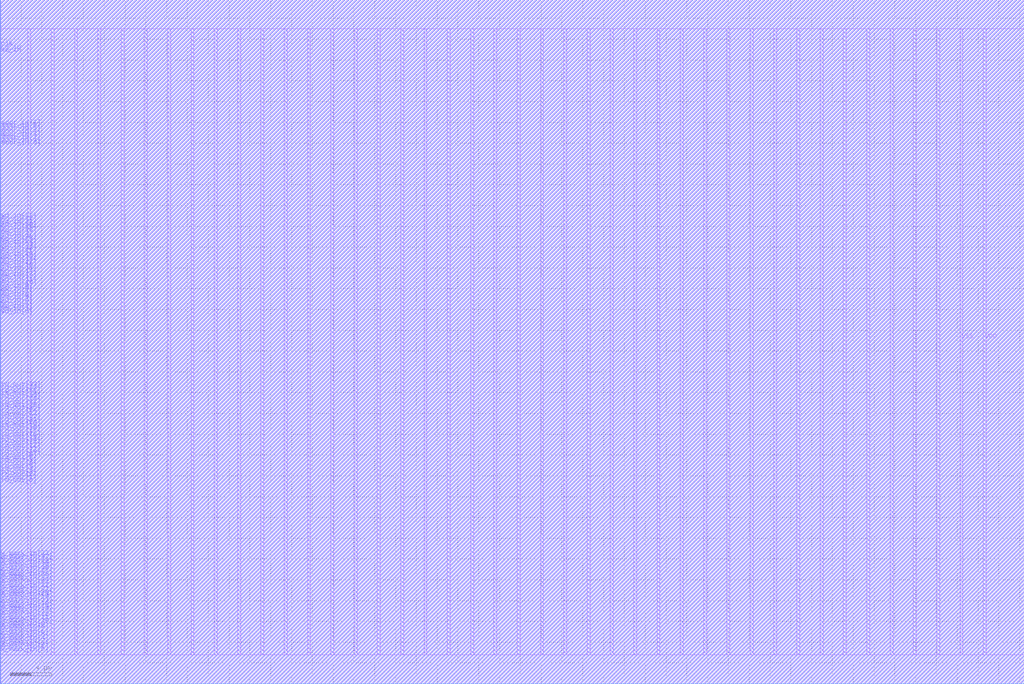
<source format=lef>
VERSION 5.7 ;
BUSBITCHARS "[]" ;
MACRO fakeram45_256x34_upper
  FOREIGN fakeram45_256x34_upper 0 0 ;
  SYMMETRY X Y R90 ;
  SIZE 98.420 BY 65.800 ;
  CLASS BLOCK ;
  PIN w_mask_in[0]
    DIRECTION INPUT ;
    USE SIGNAL ;
    SHAPE ABUTMENT ;
    PORT
      LAYER metal18 ;
      RECT 0.000 2.800 0.070 2.870 ;
    END
  END w_mask_in[0]
  PIN w_mask_in[1]
    DIRECTION INPUT ;
    USE SIGNAL ;
    SHAPE ABUTMENT ;
    PORT
      LAYER metal18 ;
      RECT 0.000 3.080 0.070 3.150 ;
    END
  END w_mask_in[1]
  PIN w_mask_in[2]
    DIRECTION INPUT ;
    USE SIGNAL ;
    SHAPE ABUTMENT ;
    PORT
      LAYER metal18 ;
      RECT 0.000 3.360 0.070 3.430 ;
    END
  END w_mask_in[2]
  PIN w_mask_in[3]
    DIRECTION INPUT ;
    USE SIGNAL ;
    SHAPE ABUTMENT ;
    PORT
      LAYER metal18 ;
      RECT 0.000 3.640 0.070 3.710 ;
    END
  END w_mask_in[3]
  PIN w_mask_in[4]
    DIRECTION INPUT ;
    USE SIGNAL ;
    SHAPE ABUTMENT ;
    PORT
      LAYER metal18 ;
      RECT 0.000 3.920 0.070 3.990 ;
    END
  END w_mask_in[4]
  PIN w_mask_in[5]
    DIRECTION INPUT ;
    USE SIGNAL ;
    SHAPE ABUTMENT ;
    PORT
      LAYER metal18 ;
      RECT 0.000 4.200 0.070 4.270 ;
    END
  END w_mask_in[5]
  PIN w_mask_in[6]
    DIRECTION INPUT ;
    USE SIGNAL ;
    SHAPE ABUTMENT ;
    PORT
      LAYER metal18 ;
      RECT 0.000 4.480 0.070 4.550 ;
    END
  END w_mask_in[6]
  PIN w_mask_in[7]
    DIRECTION INPUT ;
    USE SIGNAL ;
    SHAPE ABUTMENT ;
    PORT
      LAYER metal18 ;
      RECT 0.000 4.760 0.070 4.830 ;
    END
  END w_mask_in[7]
  PIN w_mask_in[8]
    DIRECTION INPUT ;
    USE SIGNAL ;
    SHAPE ABUTMENT ;
    PORT
      LAYER metal18 ;
      RECT 0.000 5.040 0.070 5.110 ;
    END
  END w_mask_in[8]
  PIN w_mask_in[9]
    DIRECTION INPUT ;
    USE SIGNAL ;
    SHAPE ABUTMENT ;
    PORT
      LAYER metal18 ;
      RECT 0.000 5.320 0.070 5.390 ;
    END
  END w_mask_in[9]
  PIN w_mask_in[10]
    DIRECTION INPUT ;
    USE SIGNAL ;
    SHAPE ABUTMENT ;
    PORT
      LAYER metal18 ;
      RECT 0.000 5.600 0.070 5.670 ;
    END
  END w_mask_in[10]
  PIN w_mask_in[11]
    DIRECTION INPUT ;
    USE SIGNAL ;
    SHAPE ABUTMENT ;
    PORT
      LAYER metal18 ;
      RECT 0.000 5.880 0.070 5.950 ;
    END
  END w_mask_in[11]
  PIN w_mask_in[12]
    DIRECTION INPUT ;
    USE SIGNAL ;
    SHAPE ABUTMENT ;
    PORT
      LAYER metal18 ;
      RECT 0.000 6.160 0.070 6.230 ;
    END
  END w_mask_in[12]
  PIN w_mask_in[13]
    DIRECTION INPUT ;
    USE SIGNAL ;
    SHAPE ABUTMENT ;
    PORT
      LAYER metal18 ;
      RECT 0.000 6.440 0.070 6.510 ;
    END
  END w_mask_in[13]
  PIN w_mask_in[14]
    DIRECTION INPUT ;
    USE SIGNAL ;
    SHAPE ABUTMENT ;
    PORT
      LAYER metal18 ;
      RECT 0.000 6.720 0.070 6.790 ;
    END
  END w_mask_in[14]
  PIN w_mask_in[15]
    DIRECTION INPUT ;
    USE SIGNAL ;
    SHAPE ABUTMENT ;
    PORT
      LAYER metal18 ;
      RECT 0.000 7.000 0.070 7.070 ;
    END
  END w_mask_in[15]
  PIN w_mask_in[16]
    DIRECTION INPUT ;
    USE SIGNAL ;
    SHAPE ABUTMENT ;
    PORT
      LAYER metal18 ;
      RECT 0.000 7.280 0.070 7.350 ;
    END
  END w_mask_in[16]
  PIN w_mask_in[17]
    DIRECTION INPUT ;
    USE SIGNAL ;
    SHAPE ABUTMENT ;
    PORT
      LAYER metal18 ;
      RECT 0.000 7.560 0.070 7.630 ;
    END
  END w_mask_in[17]
  PIN w_mask_in[18]
    DIRECTION INPUT ;
    USE SIGNAL ;
    SHAPE ABUTMENT ;
    PORT
      LAYER metal18 ;
      RECT 0.000 7.840 0.070 7.910 ;
    END
  END w_mask_in[18]
  PIN w_mask_in[19]
    DIRECTION INPUT ;
    USE SIGNAL ;
    SHAPE ABUTMENT ;
    PORT
      LAYER metal18 ;
      RECT 0.000 8.120 0.070 8.190 ;
    END
  END w_mask_in[19]
  PIN w_mask_in[20]
    DIRECTION INPUT ;
    USE SIGNAL ;
    SHAPE ABUTMENT ;
    PORT
      LAYER metal18 ;
      RECT 0.000 8.400 0.070 8.470 ;
    END
  END w_mask_in[20]
  PIN w_mask_in[21]
    DIRECTION INPUT ;
    USE SIGNAL ;
    SHAPE ABUTMENT ;
    PORT
      LAYER metal18 ;
      RECT 0.000 8.680 0.070 8.750 ;
    END
  END w_mask_in[21]
  PIN w_mask_in[22]
    DIRECTION INPUT ;
    USE SIGNAL ;
    SHAPE ABUTMENT ;
    PORT
      LAYER metal18 ;
      RECT 0.000 8.960 0.070 9.030 ;
    END
  END w_mask_in[22]
  PIN w_mask_in[23]
    DIRECTION INPUT ;
    USE SIGNAL ;
    SHAPE ABUTMENT ;
    PORT
      LAYER metal18 ;
      RECT 0.000 9.240 0.070 9.310 ;
    END
  END w_mask_in[23]
  PIN w_mask_in[24]
    DIRECTION INPUT ;
    USE SIGNAL ;
    SHAPE ABUTMENT ;
    PORT
      LAYER metal18 ;
      RECT 0.000 9.520 0.070 9.590 ;
    END
  END w_mask_in[24]
  PIN w_mask_in[25]
    DIRECTION INPUT ;
    USE SIGNAL ;
    SHAPE ABUTMENT ;
    PORT
      LAYER metal18 ;
      RECT 0.000 9.800 0.070 9.870 ;
    END
  END w_mask_in[25]
  PIN w_mask_in[26]
    DIRECTION INPUT ;
    USE SIGNAL ;
    SHAPE ABUTMENT ;
    PORT
      LAYER metal18 ;
      RECT 0.000 10.080 0.070 10.150 ;
    END
  END w_mask_in[26]
  PIN w_mask_in[27]
    DIRECTION INPUT ;
    USE SIGNAL ;
    SHAPE ABUTMENT ;
    PORT
      LAYER metal18 ;
      RECT 0.000 10.360 0.070 10.430 ;
    END
  END w_mask_in[27]
  PIN w_mask_in[28]
    DIRECTION INPUT ;
    USE SIGNAL ;
    SHAPE ABUTMENT ;
    PORT
      LAYER metal18 ;
      RECT 0.000 10.640 0.070 10.710 ;
    END
  END w_mask_in[28]
  PIN w_mask_in[29]
    DIRECTION INPUT ;
    USE SIGNAL ;
    SHAPE ABUTMENT ;
    PORT
      LAYER metal18 ;
      RECT 0.000 10.920 0.070 10.990 ;
    END
  END w_mask_in[29]
  PIN w_mask_in[30]
    DIRECTION INPUT ;
    USE SIGNAL ;
    SHAPE ABUTMENT ;
    PORT
      LAYER metal18 ;
      RECT 0.000 11.200 0.070 11.270 ;
    END
  END w_mask_in[30]
  PIN w_mask_in[31]
    DIRECTION INPUT ;
    USE SIGNAL ;
    SHAPE ABUTMENT ;
    PORT
      LAYER metal18 ;
      RECT 0.000 11.480 0.070 11.550 ;
    END
  END w_mask_in[31]
  PIN w_mask_in[32]
    DIRECTION INPUT ;
    USE SIGNAL ;
    SHAPE ABUTMENT ;
    PORT
      LAYER metal18 ;
      RECT 0.000 11.760 0.070 11.830 ;
    END
  END w_mask_in[32]
  PIN w_mask_in[33]
    DIRECTION INPUT ;
    USE SIGNAL ;
    SHAPE ABUTMENT ;
    PORT
      LAYER metal18 ;
      RECT 0.000 12.040 0.070 12.110 ;
    END
  END w_mask_in[33]
  PIN rd_out[0]
    DIRECTION OUTPUT ;
    USE SIGNAL ;
    SHAPE ABUTMENT ;
    PORT
      LAYER metal18 ;
      RECT 0.000 19.040 0.070 19.110 ;
    END
  END rd_out[0]
  PIN rd_out[1]
    DIRECTION OUTPUT ;
    USE SIGNAL ;
    SHAPE ABUTMENT ;
    PORT
      LAYER metal18 ;
      RECT 0.000 19.320 0.070 19.390 ;
    END
  END rd_out[1]
  PIN rd_out[2]
    DIRECTION OUTPUT ;
    USE SIGNAL ;
    SHAPE ABUTMENT ;
    PORT
      LAYER metal18 ;
      RECT 0.000 19.600 0.070 19.670 ;
    END
  END rd_out[2]
  PIN rd_out[3]
    DIRECTION OUTPUT ;
    USE SIGNAL ;
    SHAPE ABUTMENT ;
    PORT
      LAYER metal18 ;
      RECT 0.000 19.880 0.070 19.950 ;
    END
  END rd_out[3]
  PIN rd_out[4]
    DIRECTION OUTPUT ;
    USE SIGNAL ;
    SHAPE ABUTMENT ;
    PORT
      LAYER metal18 ;
      RECT 0.000 20.160 0.070 20.230 ;
    END
  END rd_out[4]
  PIN rd_out[5]
    DIRECTION OUTPUT ;
    USE SIGNAL ;
    SHAPE ABUTMENT ;
    PORT
      LAYER metal18 ;
      RECT 0.000 20.440 0.070 20.510 ;
    END
  END rd_out[5]
  PIN rd_out[6]
    DIRECTION OUTPUT ;
    USE SIGNAL ;
    SHAPE ABUTMENT ;
    PORT
      LAYER metal18 ;
      RECT 0.000 20.720 0.070 20.790 ;
    END
  END rd_out[6]
  PIN rd_out[7]
    DIRECTION OUTPUT ;
    USE SIGNAL ;
    SHAPE ABUTMENT ;
    PORT
      LAYER metal18 ;
      RECT 0.000 21.000 0.070 21.070 ;
    END
  END rd_out[7]
  PIN rd_out[8]
    DIRECTION OUTPUT ;
    USE SIGNAL ;
    SHAPE ABUTMENT ;
    PORT
      LAYER metal18 ;
      RECT 0.000 21.280 0.070 21.350 ;
    END
  END rd_out[8]
  PIN rd_out[9]
    DIRECTION OUTPUT ;
    USE SIGNAL ;
    SHAPE ABUTMENT ;
    PORT
      LAYER metal18 ;
      RECT 0.000 21.560 0.070 21.630 ;
    END
  END rd_out[9]
  PIN rd_out[10]
    DIRECTION OUTPUT ;
    USE SIGNAL ;
    SHAPE ABUTMENT ;
    PORT
      LAYER metal18 ;
      RECT 0.000 21.840 0.070 21.910 ;
    END
  END rd_out[10]
  PIN rd_out[11]
    DIRECTION OUTPUT ;
    USE SIGNAL ;
    SHAPE ABUTMENT ;
    PORT
      LAYER metal18 ;
      RECT 0.000 22.120 0.070 22.190 ;
    END
  END rd_out[11]
  PIN rd_out[12]
    DIRECTION OUTPUT ;
    USE SIGNAL ;
    SHAPE ABUTMENT ;
    PORT
      LAYER metal18 ;
      RECT 0.000 22.400 0.070 22.470 ;
    END
  END rd_out[12]
  PIN rd_out[13]
    DIRECTION OUTPUT ;
    USE SIGNAL ;
    SHAPE ABUTMENT ;
    PORT
      LAYER metal18 ;
      RECT 0.000 22.680 0.070 22.750 ;
    END
  END rd_out[13]
  PIN rd_out[14]
    DIRECTION OUTPUT ;
    USE SIGNAL ;
    SHAPE ABUTMENT ;
    PORT
      LAYER metal18 ;
      RECT 0.000 22.960 0.070 23.030 ;
    END
  END rd_out[14]
  PIN rd_out[15]
    DIRECTION OUTPUT ;
    USE SIGNAL ;
    SHAPE ABUTMENT ;
    PORT
      LAYER metal18 ;
      RECT 0.000 23.240 0.070 23.310 ;
    END
  END rd_out[15]
  PIN rd_out[16]
    DIRECTION OUTPUT ;
    USE SIGNAL ;
    SHAPE ABUTMENT ;
    PORT
      LAYER metal18 ;
      RECT 0.000 23.520 0.070 23.590 ;
    END
  END rd_out[16]
  PIN rd_out[17]
    DIRECTION OUTPUT ;
    USE SIGNAL ;
    SHAPE ABUTMENT ;
    PORT
      LAYER metal18 ;
      RECT 0.000 23.800 0.070 23.870 ;
    END
  END rd_out[17]
  PIN rd_out[18]
    DIRECTION OUTPUT ;
    USE SIGNAL ;
    SHAPE ABUTMENT ;
    PORT
      LAYER metal18 ;
      RECT 0.000 24.080 0.070 24.150 ;
    END
  END rd_out[18]
  PIN rd_out[19]
    DIRECTION OUTPUT ;
    USE SIGNAL ;
    SHAPE ABUTMENT ;
    PORT
      LAYER metal18 ;
      RECT 0.000 24.360 0.070 24.430 ;
    END
  END rd_out[19]
  PIN rd_out[20]
    DIRECTION OUTPUT ;
    USE SIGNAL ;
    SHAPE ABUTMENT ;
    PORT
      LAYER metal18 ;
      RECT 0.000 24.640 0.070 24.710 ;
    END
  END rd_out[20]
  PIN rd_out[21]
    DIRECTION OUTPUT ;
    USE SIGNAL ;
    SHAPE ABUTMENT ;
    PORT
      LAYER metal18 ;
      RECT 0.000 24.920 0.070 24.990 ;
    END
  END rd_out[21]
  PIN rd_out[22]
    DIRECTION OUTPUT ;
    USE SIGNAL ;
    SHAPE ABUTMENT ;
    PORT
      LAYER metal18 ;
      RECT 0.000 25.200 0.070 25.270 ;
    END
  END rd_out[22]
  PIN rd_out[23]
    DIRECTION OUTPUT ;
    USE SIGNAL ;
    SHAPE ABUTMENT ;
    PORT
      LAYER metal18 ;
      RECT 0.000 25.480 0.070 25.550 ;
    END
  END rd_out[23]
  PIN rd_out[24]
    DIRECTION OUTPUT ;
    USE SIGNAL ;
    SHAPE ABUTMENT ;
    PORT
      LAYER metal18 ;
      RECT 0.000 25.760 0.070 25.830 ;
    END
  END rd_out[24]
  PIN rd_out[25]
    DIRECTION OUTPUT ;
    USE SIGNAL ;
    SHAPE ABUTMENT ;
    PORT
      LAYER metal18 ;
      RECT 0.000 26.040 0.070 26.110 ;
    END
  END rd_out[25]
  PIN rd_out[26]
    DIRECTION OUTPUT ;
    USE SIGNAL ;
    SHAPE ABUTMENT ;
    PORT
      LAYER metal18 ;
      RECT 0.000 26.320 0.070 26.390 ;
    END
  END rd_out[26]
  PIN rd_out[27]
    DIRECTION OUTPUT ;
    USE SIGNAL ;
    SHAPE ABUTMENT ;
    PORT
      LAYER metal18 ;
      RECT 0.000 26.600 0.070 26.670 ;
    END
  END rd_out[27]
  PIN rd_out[28]
    DIRECTION OUTPUT ;
    USE SIGNAL ;
    SHAPE ABUTMENT ;
    PORT
      LAYER metal18 ;
      RECT 0.000 26.880 0.070 26.950 ;
    END
  END rd_out[28]
  PIN rd_out[29]
    DIRECTION OUTPUT ;
    USE SIGNAL ;
    SHAPE ABUTMENT ;
    PORT
      LAYER metal18 ;
      RECT 0.000 27.160 0.070 27.230 ;
    END
  END rd_out[29]
  PIN rd_out[30]
    DIRECTION OUTPUT ;
    USE SIGNAL ;
    SHAPE ABUTMENT ;
    PORT
      LAYER metal18 ;
      RECT 0.000 27.440 0.070 27.510 ;
    END
  END rd_out[30]
  PIN rd_out[31]
    DIRECTION OUTPUT ;
    USE SIGNAL ;
    SHAPE ABUTMENT ;
    PORT
      LAYER metal18 ;
      RECT 0.000 27.720 0.070 27.790 ;
    END
  END rd_out[31]
  PIN rd_out[32]
    DIRECTION OUTPUT ;
    USE SIGNAL ;
    SHAPE ABUTMENT ;
    PORT
      LAYER metal18 ;
      RECT 0.000 28.000 0.070 28.070 ;
    END
  END rd_out[32]
  PIN rd_out[33]
    DIRECTION OUTPUT ;
    USE SIGNAL ;
    SHAPE ABUTMENT ;
    PORT
      LAYER metal18 ;
      RECT 0.000 28.280 0.070 28.350 ;
    END
  END rd_out[33]
  PIN wd_in[0]
    DIRECTION INPUT ;
    USE SIGNAL ;
    SHAPE ABUTMENT ;
    PORT
      LAYER metal18 ;
      RECT 0.000 35.280 0.070 35.350 ;
    END
  END wd_in[0]
  PIN wd_in[1]
    DIRECTION INPUT ;
    USE SIGNAL ;
    SHAPE ABUTMENT ;
    PORT
      LAYER metal18 ;
      RECT 0.000 35.560 0.070 35.630 ;
    END
  END wd_in[1]
  PIN wd_in[2]
    DIRECTION INPUT ;
    USE SIGNAL ;
    SHAPE ABUTMENT ;
    PORT
      LAYER metal18 ;
      RECT 0.000 35.840 0.070 35.910 ;
    END
  END wd_in[2]
  PIN wd_in[3]
    DIRECTION INPUT ;
    USE SIGNAL ;
    SHAPE ABUTMENT ;
    PORT
      LAYER metal18 ;
      RECT 0.000 36.120 0.070 36.190 ;
    END
  END wd_in[3]
  PIN wd_in[4]
    DIRECTION INPUT ;
    USE SIGNAL ;
    SHAPE ABUTMENT ;
    PORT
      LAYER metal18 ;
      RECT 0.000 36.400 0.070 36.470 ;
    END
  END wd_in[4]
  PIN wd_in[5]
    DIRECTION INPUT ;
    USE SIGNAL ;
    SHAPE ABUTMENT ;
    PORT
      LAYER metal18 ;
      RECT 0.000 36.680 0.070 36.750 ;
    END
  END wd_in[5]
  PIN wd_in[6]
    DIRECTION INPUT ;
    USE SIGNAL ;
    SHAPE ABUTMENT ;
    PORT
      LAYER metal18 ;
      RECT 0.000 36.960 0.070 37.030 ;
    END
  END wd_in[6]
  PIN wd_in[7]
    DIRECTION INPUT ;
    USE SIGNAL ;
    SHAPE ABUTMENT ;
    PORT
      LAYER metal18 ;
      RECT 0.000 37.240 0.070 37.310 ;
    END
  END wd_in[7]
  PIN wd_in[8]
    DIRECTION INPUT ;
    USE SIGNAL ;
    SHAPE ABUTMENT ;
    PORT
      LAYER metal18 ;
      RECT 0.000 37.520 0.070 37.590 ;
    END
  END wd_in[8]
  PIN wd_in[9]
    DIRECTION INPUT ;
    USE SIGNAL ;
    SHAPE ABUTMENT ;
    PORT
      LAYER metal18 ;
      RECT 0.000 37.800 0.070 37.870 ;
    END
  END wd_in[9]
  PIN wd_in[10]
    DIRECTION INPUT ;
    USE SIGNAL ;
    SHAPE ABUTMENT ;
    PORT
      LAYER metal18 ;
      RECT 0.000 38.080 0.070 38.150 ;
    END
  END wd_in[10]
  PIN wd_in[11]
    DIRECTION INPUT ;
    USE SIGNAL ;
    SHAPE ABUTMENT ;
    PORT
      LAYER metal18 ;
      RECT 0.000 38.360 0.070 38.430 ;
    END
  END wd_in[11]
  PIN wd_in[12]
    DIRECTION INPUT ;
    USE SIGNAL ;
    SHAPE ABUTMENT ;
    PORT
      LAYER metal18 ;
      RECT 0.000 38.640 0.070 38.710 ;
    END
  END wd_in[12]
  PIN wd_in[13]
    DIRECTION INPUT ;
    USE SIGNAL ;
    SHAPE ABUTMENT ;
    PORT
      LAYER metal18 ;
      RECT 0.000 38.920 0.070 38.990 ;
    END
  END wd_in[13]
  PIN wd_in[14]
    DIRECTION INPUT ;
    USE SIGNAL ;
    SHAPE ABUTMENT ;
    PORT
      LAYER metal18 ;
      RECT 0.000 39.200 0.070 39.270 ;
    END
  END wd_in[14]
  PIN wd_in[15]
    DIRECTION INPUT ;
    USE SIGNAL ;
    SHAPE ABUTMENT ;
    PORT
      LAYER metal18 ;
      RECT 0.000 39.480 0.070 39.550 ;
    END
  END wd_in[15]
  PIN wd_in[16]
    DIRECTION INPUT ;
    USE SIGNAL ;
    SHAPE ABUTMENT ;
    PORT
      LAYER metal18 ;
      RECT 0.000 39.760 0.070 39.830 ;
    END
  END wd_in[16]
  PIN wd_in[17]
    DIRECTION INPUT ;
    USE SIGNAL ;
    SHAPE ABUTMENT ;
    PORT
      LAYER metal18 ;
      RECT 0.000 40.040 0.070 40.110 ;
    END
  END wd_in[17]
  PIN wd_in[18]
    DIRECTION INPUT ;
    USE SIGNAL ;
    SHAPE ABUTMENT ;
    PORT
      LAYER metal18 ;
      RECT 0.000 40.320 0.070 40.390 ;
    END
  END wd_in[18]
  PIN wd_in[19]
    DIRECTION INPUT ;
    USE SIGNAL ;
    SHAPE ABUTMENT ;
    PORT
      LAYER metal18 ;
      RECT 0.000 40.600 0.070 40.670 ;
    END
  END wd_in[19]
  PIN wd_in[20]
    DIRECTION INPUT ;
    USE SIGNAL ;
    SHAPE ABUTMENT ;
    PORT
      LAYER metal18 ;
      RECT 0.000 40.880 0.070 40.950 ;
    END
  END wd_in[20]
  PIN wd_in[21]
    DIRECTION INPUT ;
    USE SIGNAL ;
    SHAPE ABUTMENT ;
    PORT
      LAYER metal18 ;
      RECT 0.000 41.160 0.070 41.230 ;
    END
  END wd_in[21]
  PIN wd_in[22]
    DIRECTION INPUT ;
    USE SIGNAL ;
    SHAPE ABUTMENT ;
    PORT
      LAYER metal18 ;
      RECT 0.000 41.440 0.070 41.510 ;
    END
  END wd_in[22]
  PIN wd_in[23]
    DIRECTION INPUT ;
    USE SIGNAL ;
    SHAPE ABUTMENT ;
    PORT
      LAYER metal18 ;
      RECT 0.000 41.720 0.070 41.790 ;
    END
  END wd_in[23]
  PIN wd_in[24]
    DIRECTION INPUT ;
    USE SIGNAL ;
    SHAPE ABUTMENT ;
    PORT
      LAYER metal18 ;
      RECT 0.000 42.000 0.070 42.070 ;
    END
  END wd_in[24]
  PIN wd_in[25]
    DIRECTION INPUT ;
    USE SIGNAL ;
    SHAPE ABUTMENT ;
    PORT
      LAYER metal18 ;
      RECT 0.000 42.280 0.070 42.350 ;
    END
  END wd_in[25]
  PIN wd_in[26]
    DIRECTION INPUT ;
    USE SIGNAL ;
    SHAPE ABUTMENT ;
    PORT
      LAYER metal18 ;
      RECT 0.000 42.560 0.070 42.630 ;
    END
  END wd_in[26]
  PIN wd_in[27]
    DIRECTION INPUT ;
    USE SIGNAL ;
    SHAPE ABUTMENT ;
    PORT
      LAYER metal18 ;
      RECT 0.000 42.840 0.070 42.910 ;
    END
  END wd_in[27]
  PIN wd_in[28]
    DIRECTION INPUT ;
    USE SIGNAL ;
    SHAPE ABUTMENT ;
    PORT
      LAYER metal18 ;
      RECT 0.000 43.120 0.070 43.190 ;
    END
  END wd_in[28]
  PIN wd_in[29]
    DIRECTION INPUT ;
    USE SIGNAL ;
    SHAPE ABUTMENT ;
    PORT
      LAYER metal18 ;
      RECT 0.000 43.400 0.070 43.470 ;
    END
  END wd_in[29]
  PIN wd_in[30]
    DIRECTION INPUT ;
    USE SIGNAL ;
    SHAPE ABUTMENT ;
    PORT
      LAYER metal18 ;
      RECT 0.000 43.680 0.070 43.750 ;
    END
  END wd_in[30]
  PIN wd_in[31]
    DIRECTION INPUT ;
    USE SIGNAL ;
    SHAPE ABUTMENT ;
    PORT
      LAYER metal18 ;
      RECT 0.000 43.960 0.070 44.030 ;
    END
  END wd_in[31]
  PIN wd_in[32]
    DIRECTION INPUT ;
    USE SIGNAL ;
    SHAPE ABUTMENT ;
    PORT
      LAYER metal18 ;
      RECT 0.000 44.240 0.070 44.310 ;
    END
  END wd_in[32]
  PIN wd_in[33]
    DIRECTION INPUT ;
    USE SIGNAL ;
    SHAPE ABUTMENT ;
    PORT
      LAYER metal18 ;
      RECT 0.000 44.520 0.070 44.590 ;
    END
  END wd_in[33]
  PIN addr_in[0]
    DIRECTION INPUT ;
    USE SIGNAL ;
    SHAPE ABUTMENT ;
    PORT
      LAYER metal18 ;
      RECT 0.000 51.520 0.070 51.590 ;
    END
  END addr_in[0]
  PIN addr_in[1]
    DIRECTION INPUT ;
    USE SIGNAL ;
    SHAPE ABUTMENT ;
    PORT
      LAYER metal18 ;
      RECT 0.000 51.800 0.070 51.870 ;
    END
  END addr_in[1]
  PIN addr_in[2]
    DIRECTION INPUT ;
    USE SIGNAL ;
    SHAPE ABUTMENT ;
    PORT
      LAYER metal18 ;
      RECT 0.000 52.080 0.070 52.150 ;
    END
  END addr_in[2]
  PIN addr_in[3]
    DIRECTION INPUT ;
    USE SIGNAL ;
    SHAPE ABUTMENT ;
    PORT
      LAYER metal18 ;
      RECT 0.000 52.360 0.070 52.430 ;
    END
  END addr_in[3]
  PIN addr_in[4]
    DIRECTION INPUT ;
    USE SIGNAL ;
    SHAPE ABUTMENT ;
    PORT
      LAYER metal18 ;
      RECT 0.000 52.640 0.070 52.710 ;
    END
  END addr_in[4]
  PIN addr_in[5]
    DIRECTION INPUT ;
    USE SIGNAL ;
    SHAPE ABUTMENT ;
    PORT
      LAYER metal18 ;
      RECT 0.000 52.920 0.070 52.990 ;
    END
  END addr_in[5]
  PIN addr_in[6]
    DIRECTION INPUT ;
    USE SIGNAL ;
    SHAPE ABUTMENT ;
    PORT
      LAYER metal18 ;
      RECT 0.000 53.200 0.070 53.270 ;
    END
  END addr_in[6]
  PIN addr_in[7]
    DIRECTION INPUT ;
    USE SIGNAL ;
    SHAPE ABUTMENT ;
    PORT
      LAYER metal18 ;
      RECT 0.000 53.480 0.070 53.550 ;
    END
  END addr_in[7]
  PIN we_in
    DIRECTION INPUT ;
    USE SIGNAL ;
    SHAPE ABUTMENT ;
    PORT
      LAYER metal18 ;
      RECT 0.000 60.480 0.070 60.550 ;
    END
  END we_in
  PIN ce_in
    DIRECTION INPUT ;
    USE SIGNAL ;
    SHAPE ABUTMENT ;
    PORT
      LAYER metal18 ;
      RECT 0.000 60.760 0.070 60.830 ;
    END
  END ce_in
  PIN clk
    DIRECTION INPUT ;
    USE SIGNAL ;
    SHAPE ABUTMENT ;
    PORT
      LAYER metal18 ;
      RECT 0.000 61.040 0.070 61.110 ;
    END
  END clk
  PIN VSS
    DIRECTION INOUT ;
    USE GROUND ;
    PORT
      LAYER metal17 ;
      RECT 2.660 2.800 2.940 63.000 ;
      RECT 7.140 2.800 7.420 63.000 ;
      RECT 11.620 2.800 11.900 63.000 ;
      RECT 16.100 2.800 16.380 63.000 ;
      RECT 20.580 2.800 20.860 63.000 ;
      RECT 25.060 2.800 25.340 63.000 ;
      RECT 29.540 2.800 29.820 63.000 ;
      RECT 34.020 2.800 34.300 63.000 ;
      RECT 38.500 2.800 38.780 63.000 ;
      RECT 42.980 2.800 43.260 63.000 ;
      RECT 47.460 2.800 47.740 63.000 ;
      RECT 51.940 2.800 52.220 63.000 ;
      RECT 56.420 2.800 56.700 63.000 ;
      RECT 60.900 2.800 61.180 63.000 ;
      RECT 65.380 2.800 65.660 63.000 ;
      RECT 69.860 2.800 70.140 63.000 ;
      RECT 74.340 2.800 74.620 63.000 ;
      RECT 78.820 2.800 79.100 63.000 ;
      RECT 83.300 2.800 83.580 63.000 ;
      RECT 87.780 2.800 88.060 63.000 ;
      RECT 92.260 2.800 92.540 63.000 ;
    END
  END VSS
  PIN VDD
    DIRECTION INOUT ;
    USE POWER ;
    PORT
      LAYER metal17 ;
      RECT 4.900 2.800 5.180 63.000 ;
      RECT 9.380 2.800 9.660 63.000 ;
      RECT 13.860 2.800 14.140 63.000 ;
      RECT 18.340 2.800 18.620 63.000 ;
      RECT 22.820 2.800 23.100 63.000 ;
      RECT 27.300 2.800 27.580 63.000 ;
      RECT 31.780 2.800 32.060 63.000 ;
      RECT 36.260 2.800 36.540 63.000 ;
      RECT 40.740 2.800 41.020 63.000 ;
      RECT 45.220 2.800 45.500 63.000 ;
      RECT 49.700 2.800 49.980 63.000 ;
      RECT 54.180 2.800 54.460 63.000 ;
      RECT 58.660 2.800 58.940 63.000 ;
      RECT 63.140 2.800 63.420 63.000 ;
      RECT 67.620 2.800 67.900 63.000 ;
      RECT 72.100 2.800 72.380 63.000 ;
      RECT 76.580 2.800 76.860 63.000 ;
      RECT 81.060 2.800 81.340 63.000 ;
      RECT 85.540 2.800 85.820 63.000 ;
      RECT 90.020 2.800 90.300 63.000 ;
      RECT 94.500 2.800 94.780 63.000 ;
    END
  END VDD
  OBS
    LAYER metal20 ;
    RECT 0 0 98.420 65.800 ;
    LAYER metal19 ;
    RECT 0 0 98.420 65.800 ;
    LAYER metal18 ;
    RECT 0.070 0 98.420 65.800 ;
    RECT 0 0.000 0.070 2.800 ;
    RECT 0 2.870 0.070 3.080 ;
    RECT 0 3.150 0.070 3.360 ;
    RECT 0 3.430 0.070 3.640 ;
    RECT 0 3.710 0.070 3.920 ;
    RECT 0 3.990 0.070 4.200 ;
    RECT 0 4.270 0.070 4.480 ;
    RECT 0 4.550 0.070 4.760 ;
    RECT 0 4.830 0.070 5.040 ;
    RECT 0 5.110 0.070 5.320 ;
    RECT 0 5.390 0.070 5.600 ;
    RECT 0 5.670 0.070 5.880 ;
    RECT 0 5.950 0.070 6.160 ;
    RECT 0 6.230 0.070 6.440 ;
    RECT 0 6.510 0.070 6.720 ;
    RECT 0 6.790 0.070 7.000 ;
    RECT 0 7.070 0.070 7.280 ;
    RECT 0 7.350 0.070 7.560 ;
    RECT 0 7.630 0.070 7.840 ;
    RECT 0 7.910 0.070 8.120 ;
    RECT 0 8.190 0.070 8.400 ;
    RECT 0 8.470 0.070 8.680 ;
    RECT 0 8.750 0.070 8.960 ;
    RECT 0 9.030 0.070 9.240 ;
    RECT 0 9.310 0.070 9.520 ;
    RECT 0 9.590 0.070 9.800 ;
    RECT 0 9.870 0.070 10.080 ;
    RECT 0 10.150 0.070 10.360 ;
    RECT 0 10.430 0.070 10.640 ;
    RECT 0 10.710 0.070 10.920 ;
    RECT 0 10.990 0.070 11.200 ;
    RECT 0 11.270 0.070 11.480 ;
    RECT 0 11.550 0.070 11.760 ;
    RECT 0 11.830 0.070 12.040 ;
    RECT 0 12.110 0.070 19.040 ;
    RECT 0 19.110 0.070 19.320 ;
    RECT 0 19.390 0.070 19.600 ;
    RECT 0 19.670 0.070 19.880 ;
    RECT 0 19.950 0.070 20.160 ;
    RECT 0 20.230 0.070 20.440 ;
    RECT 0 20.510 0.070 20.720 ;
    RECT 0 20.790 0.070 21.000 ;
    RECT 0 21.070 0.070 21.280 ;
    RECT 0 21.350 0.070 21.560 ;
    RECT 0 21.630 0.070 21.840 ;
    RECT 0 21.910 0.070 22.120 ;
    RECT 0 22.190 0.070 22.400 ;
    RECT 0 22.470 0.070 22.680 ;
    RECT 0 22.750 0.070 22.960 ;
    RECT 0 23.030 0.070 23.240 ;
    RECT 0 23.310 0.070 23.520 ;
    RECT 0 23.590 0.070 23.800 ;
    RECT 0 23.870 0.070 24.080 ;
    RECT 0 24.150 0.070 24.360 ;
    RECT 0 24.430 0.070 24.640 ;
    RECT 0 24.710 0.070 24.920 ;
    RECT 0 24.990 0.070 25.200 ;
    RECT 0 25.270 0.070 25.480 ;
    RECT 0 25.550 0.070 25.760 ;
    RECT 0 25.830 0.070 26.040 ;
    RECT 0 26.110 0.070 26.320 ;
    RECT 0 26.390 0.070 26.600 ;
    RECT 0 26.670 0.070 26.880 ;
    RECT 0 26.950 0.070 27.160 ;
    RECT 0 27.230 0.070 27.440 ;
    RECT 0 27.510 0.070 27.720 ;
    RECT 0 27.790 0.070 28.000 ;
    RECT 0 28.070 0.070 28.280 ;
    RECT 0 28.350 0.070 35.280 ;
    RECT 0 35.350 0.070 35.560 ;
    RECT 0 35.630 0.070 35.840 ;
    RECT 0 35.910 0.070 36.120 ;
    RECT 0 36.190 0.070 36.400 ;
    RECT 0 36.470 0.070 36.680 ;
    RECT 0 36.750 0.070 36.960 ;
    RECT 0 37.030 0.070 37.240 ;
    RECT 0 37.310 0.070 37.520 ;
    RECT 0 37.590 0.070 37.800 ;
    RECT 0 37.870 0.070 38.080 ;
    RECT 0 38.150 0.070 38.360 ;
    RECT 0 38.430 0.070 38.640 ;
    RECT 0 38.710 0.070 38.920 ;
    RECT 0 38.990 0.070 39.200 ;
    RECT 0 39.270 0.070 39.480 ;
    RECT 0 39.550 0.070 39.760 ;
    RECT 0 39.830 0.070 40.040 ;
    RECT 0 40.110 0.070 40.320 ;
    RECT 0 40.390 0.070 40.600 ;
    RECT 0 40.670 0.070 40.880 ;
    RECT 0 40.950 0.070 41.160 ;
    RECT 0 41.230 0.070 41.440 ;
    RECT 0 41.510 0.070 41.720 ;
    RECT 0 41.790 0.070 42.000 ;
    RECT 0 42.070 0.070 42.280 ;
    RECT 0 42.350 0.070 42.560 ;
    RECT 0 42.630 0.070 42.840 ;
    RECT 0 42.910 0.070 43.120 ;
    RECT 0 43.190 0.070 43.400 ;
    RECT 0 43.470 0.070 43.680 ;
    RECT 0 43.750 0.070 43.960 ;
    RECT 0 44.030 0.070 44.240 ;
    RECT 0 44.310 0.070 44.520 ;
    RECT 0 44.590 0.070 51.520 ;
    RECT 0 51.590 0.070 51.800 ;
    RECT 0 51.870 0.070 52.080 ;
    RECT 0 52.150 0.070 52.360 ;
    RECT 0 52.430 0.070 52.640 ;
    RECT 0 52.710 0.070 52.920 ;
    RECT 0 52.990 0.070 53.200 ;
    RECT 0 53.270 0.070 53.480 ;
    RECT 0 53.550 0.070 60.480 ;
    RECT 0 60.550 0.070 60.760 ;
    RECT 0 60.830 0.070 61.040 ;
    RECT 0 61.110 0.070 65.800 ;
    LAYER metal17 ;
    RECT 0 0 98.420 2.800 ;
    RECT 0 63.000 98.420 65.800 ;
    RECT 0.000 2.800 2.660 63.000 ;
    RECT 2.940 2.800 4.900 63.000 ;
    RECT 5.180 2.800 7.140 63.000 ;
    RECT 7.420 2.800 9.380 63.000 ;
    RECT 9.660 2.800 11.620 63.000 ;
    RECT 11.900 2.800 13.860 63.000 ;
    RECT 14.140 2.800 16.100 63.000 ;
    RECT 16.380 2.800 18.340 63.000 ;
    RECT 18.620 2.800 20.580 63.000 ;
    RECT 20.860 2.800 22.820 63.000 ;
    RECT 23.100 2.800 25.060 63.000 ;
    RECT 25.340 2.800 27.300 63.000 ;
    RECT 27.580 2.800 29.540 63.000 ;
    RECT 29.820 2.800 31.780 63.000 ;
    RECT 32.060 2.800 34.020 63.000 ;
    RECT 34.300 2.800 36.260 63.000 ;
    RECT 36.540 2.800 38.500 63.000 ;
    RECT 38.780 2.800 40.740 63.000 ;
    RECT 41.020 2.800 42.980 63.000 ;
    RECT 43.260 2.800 45.220 63.000 ;
    RECT 45.500 2.800 47.460 63.000 ;
    RECT 47.740 2.800 49.700 63.000 ;
    RECT 49.980 2.800 51.940 63.000 ;
    RECT 52.220 2.800 54.180 63.000 ;
    RECT 54.460 2.800 56.420 63.000 ;
    RECT 56.700 2.800 58.660 63.000 ;
    RECT 58.940 2.800 60.900 63.000 ;
    RECT 61.180 2.800 63.140 63.000 ;
    RECT 63.420 2.800 65.380 63.000 ;
    RECT 65.660 2.800 67.620 63.000 ;
    RECT 67.900 2.800 69.860 63.000 ;
    RECT 70.140 2.800 72.100 63.000 ;
    RECT 72.380 2.800 74.340 63.000 ;
    RECT 74.620 2.800 76.580 63.000 ;
    RECT 76.860 2.800 78.820 63.000 ;
    RECT 79.100 2.800 81.060 63.000 ;
    RECT 81.340 2.800 83.300 63.000 ;
    RECT 83.580 2.800 85.540 63.000 ;
    RECT 85.820 2.800 87.780 63.000 ;
    RECT 88.060 2.800 90.020 63.000 ;
    RECT 90.300 2.800 92.260 63.000 ;
    RECT 92.540 2.800 94.500 63.000 ;
    RECT 94.780 2.800 98.420 63.000 ;
  END
END fakeram45_256x34_upper

END LIBRARY

</source>
